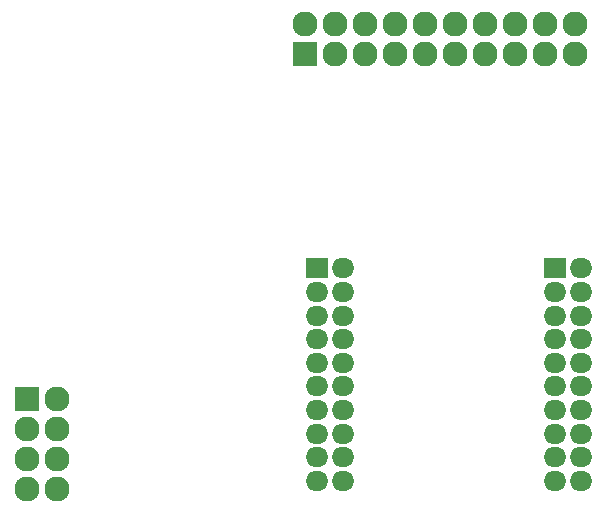
<source format=gbs>
G04 #@! TF.FileFunction,Soldermask,Bot*
%FSLAX46Y46*%
G04 Gerber Fmt 4.6, Leading zero omitted, Abs format (unit mm)*
G04 Created by KiCad (PCBNEW 4.0.1-stable) date 16.12.2015 23:49:10*
%MOMM*%
G01*
G04 APERTURE LIST*
%ADD10C,0.100000*%
%ADD11R,2.127200X2.127200*%
%ADD12O,2.127200X2.127200*%
%ADD13R,1.900000X1.700000*%
%ADD14O,1.900000X1.700000*%
G04 APERTURE END LIST*
D10*
D11*
X157480000Y-84455000D03*
D12*
X157480000Y-81915000D03*
X160020000Y-84455000D03*
X160020000Y-81915000D03*
X162560000Y-84455000D03*
X162560000Y-81915000D03*
X165100000Y-84455000D03*
X165100000Y-81915000D03*
X167640000Y-84455000D03*
X167640000Y-81915000D03*
X170180000Y-84455000D03*
X170180000Y-81915000D03*
X172720000Y-84455000D03*
X172720000Y-81915000D03*
X175260000Y-84455000D03*
X175260000Y-81915000D03*
X177800000Y-84455000D03*
X177800000Y-81915000D03*
X180340000Y-84455000D03*
X180340000Y-81915000D03*
D13*
X158555000Y-102585000D03*
D14*
X160755000Y-102585000D03*
X158555000Y-104585000D03*
X160755000Y-104585000D03*
X158555000Y-106585000D03*
X160755000Y-106585000D03*
X158555000Y-108585000D03*
X160755000Y-108585000D03*
X158555000Y-110585000D03*
X160755000Y-110585000D03*
X158555000Y-112585000D03*
X160755000Y-112585000D03*
X158555000Y-114585000D03*
X160755000Y-114585000D03*
X158555000Y-116585000D03*
X160755000Y-116585000D03*
X158555000Y-118585000D03*
X160755000Y-118585000D03*
X158555000Y-120585000D03*
X160755000Y-120585000D03*
X180885000Y-104585000D03*
X180885000Y-106585000D03*
X178685000Y-106585000D03*
X180885000Y-102585000D03*
D13*
X178685000Y-102585000D03*
D14*
X178685000Y-104585000D03*
X178685000Y-118585000D03*
X180885000Y-118585000D03*
X180885000Y-120585000D03*
X180885000Y-114585000D03*
X178685000Y-116585000D03*
X180885000Y-116585000D03*
X178685000Y-120585000D03*
X178685000Y-114585000D03*
X178685000Y-112585000D03*
X180885000Y-110585000D03*
X178685000Y-108585000D03*
X180885000Y-108585000D03*
X178685000Y-110585000D03*
X180885000Y-112585000D03*
D11*
X133985000Y-113665000D03*
D12*
X136525000Y-113665000D03*
X133985000Y-116205000D03*
X136525000Y-116205000D03*
X133985000Y-118745000D03*
X136525000Y-118745000D03*
X133985000Y-121285000D03*
X136525000Y-121285000D03*
M02*

</source>
